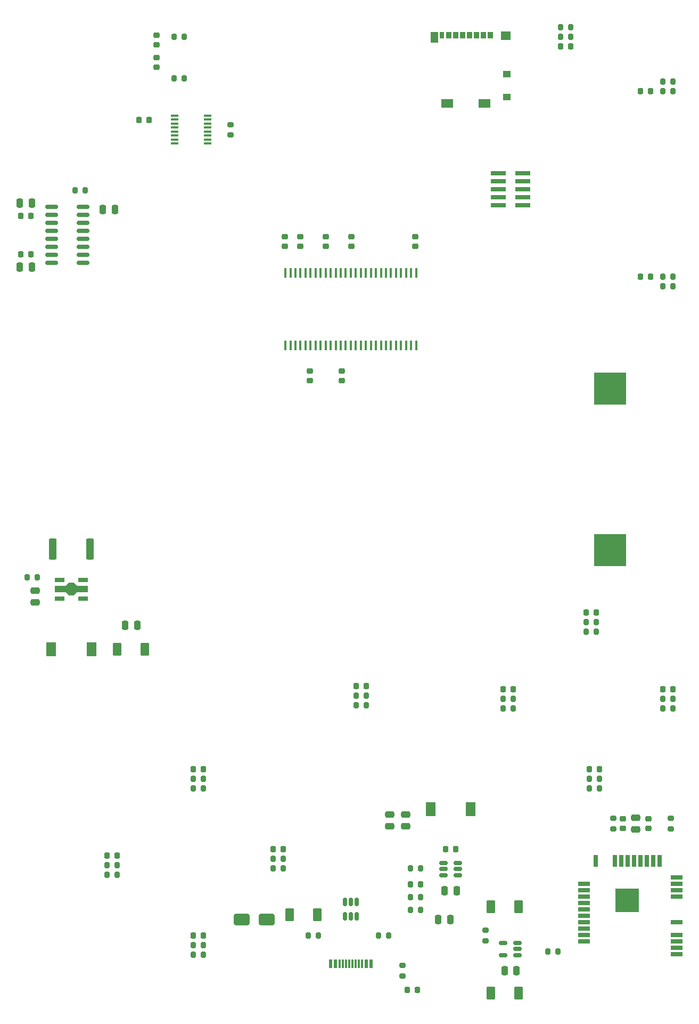
<source format=gbp>
G04 #@! TF.GenerationSoftware,KiCad,Pcbnew,7.0.1*
G04 #@! TF.CreationDate,2024-01-01T11:46:02+00:00*
G04 #@! TF.ProjectId,gk,676b2e6b-6963-4616-945f-706362585858,rev?*
G04 #@! TF.SameCoordinates,Original*
G04 #@! TF.FileFunction,Paste,Bot*
G04 #@! TF.FilePolarity,Positive*
%FSLAX46Y46*%
G04 Gerber Fmt 4.6, Leading zero omitted, Abs format (unit mm)*
G04 Created by KiCad (PCBNEW 7.0.1) date 2024-01-01 11:46:02*
%MOMM*%
%LPD*%
G01*
G04 APERTURE LIST*
G04 Aperture macros list*
%AMRoundRect*
0 Rectangle with rounded corners*
0 $1 Rounding radius*
0 $2 $3 $4 $5 $6 $7 $8 $9 X,Y pos of 4 corners*
0 Add a 4 corners polygon primitive as box body*
4,1,4,$2,$3,$4,$5,$6,$7,$8,$9,$2,$3,0*
0 Add four circle primitives for the rounded corners*
1,1,$1+$1,$2,$3*
1,1,$1+$1,$4,$5*
1,1,$1+$1,$6,$7*
1,1,$1+$1,$8,$9*
0 Add four rect primitives between the rounded corners*
20,1,$1+$1,$2,$3,$4,$5,0*
20,1,$1+$1,$4,$5,$6,$7,0*
20,1,$1+$1,$6,$7,$8,$9,0*
20,1,$1+$1,$8,$9,$2,$3,0*%
%AMFreePoly0*
4,1,13,0.900000,0.500000,2.600000,0.500000,2.600000,-0.500000,0.900000,-0.500000,0.400000,-1.000000,-0.400000,-1.000000,-0.900000,-0.500000,-2.600000,-0.500000,-2.600000,0.500000,-0.900000,0.500000,-0.400000,1.000000,0.400000,1.000000,0.900000,0.500000,0.900000,0.500000,$1*%
G04 Aperture macros list end*
%ADD10RoundRect,0.200000X0.200000X0.275000X-0.200000X0.275000X-0.200000X-0.275000X0.200000X-0.275000X0*%
%ADD11R,0.600000X1.450000*%
%ADD12R,0.300000X1.450000*%
%ADD13RoundRect,0.225000X0.225000X0.250000X-0.225000X0.250000X-0.225000X-0.250000X0.225000X-0.250000X0*%
%ADD14RoundRect,0.200000X0.275000X-0.200000X0.275000X0.200000X-0.275000X0.200000X-0.275000X-0.200000X0*%
%ADD15RoundRect,0.225000X-0.225000X-0.250000X0.225000X-0.250000X0.225000X0.250000X-0.225000X0.250000X0*%
%ADD16RoundRect,0.200000X-0.275000X0.200000X-0.275000X-0.200000X0.275000X-0.200000X0.275000X0.200000X0*%
%ADD17RoundRect,0.250000X-0.250000X-0.475000X0.250000X-0.475000X0.250000X0.475000X-0.250000X0.475000X0*%
%ADD18RoundRect,0.250000X0.450000X0.800000X-0.450000X0.800000X-0.450000X-0.800000X0.450000X-0.800000X0*%
%ADD19R,1.500000X2.200000*%
%ADD20RoundRect,0.150000X0.512500X0.150000X-0.512500X0.150000X-0.512500X-0.150000X0.512500X-0.150000X0*%
%ADD21RoundRect,0.200000X-0.200000X-0.275000X0.200000X-0.275000X0.200000X0.275000X-0.200000X0.275000X0*%
%ADD22RoundRect,0.225000X-0.250000X0.225000X-0.250000X-0.225000X0.250000X-0.225000X0.250000X0.225000X0*%
%ADD23RoundRect,0.250000X0.250000X0.475000X-0.250000X0.475000X-0.250000X-0.475000X0.250000X-0.475000X0*%
%ADD24RoundRect,0.250000X0.475000X-0.250000X0.475000X0.250000X-0.475000X0.250000X-0.475000X-0.250000X0*%
%ADD25RoundRect,0.225000X0.250000X-0.225000X0.250000X0.225000X-0.250000X0.225000X-0.250000X-0.225000X0*%
%ADD26R,5.100000X5.100000*%
%ADD27RoundRect,0.150000X0.850000X0.150000X-0.850000X0.150000X-0.850000X-0.150000X0.850000X-0.150000X0*%
%ADD28R,2.400000X0.740000*%
%ADD29R,0.458000X1.510000*%
%ADD30R,1.500000X0.700000*%
%ADD31FreePoly0,0.000000*%
%ADD32R,1.200000X0.400000*%
%ADD33RoundRect,0.250000X0.362500X1.425000X-0.362500X1.425000X-0.362500X-1.425000X0.362500X-1.425000X0*%
%ADD34RoundRect,0.250000X-1.000000X-0.650000X1.000000X-0.650000X1.000000X0.650000X-1.000000X0.650000X0*%
%ADD35RoundRect,0.250000X-0.475000X0.250000X-0.475000X-0.250000X0.475000X-0.250000X0.475000X0.250000X0*%
%ADD36R,0.850000X1.100000*%
%ADD37R,0.750000X1.100000*%
%ADD38R,1.200000X1.000000*%
%ADD39R,1.550000X1.350000*%
%ADD40R,1.900000X1.350000*%
%ADD41R,1.170000X1.800000*%
%ADD42RoundRect,0.250000X-0.450000X-0.800000X0.450000X-0.800000X0.450000X0.800000X-0.450000X0.800000X0*%
%ADD43RoundRect,0.150000X0.150000X-0.512500X0.150000X0.512500X-0.150000X0.512500X-0.150000X-0.512500X0*%
%ADD44R,1.900000X0.800000*%
%ADD45R,0.800000X1.900000*%
%ADD46R,3.700000X3.700000*%
%ADD47RoundRect,0.218750X0.218750X0.256250X-0.218750X0.256250X-0.218750X-0.256250X0.218750X-0.256250X0*%
G04 APERTURE END LIST*
D10*
X74993000Y-142748000D03*
X73343000Y-142748000D03*
X100901000Y-129540000D03*
X99251000Y-129540000D03*
X149669000Y-32004000D03*
X148019000Y-32004000D03*
X71945000Y-29972000D03*
X70295000Y-29972000D03*
D11*
X101675000Y-170580000D03*
X100875000Y-170580000D03*
D12*
X99675000Y-170580000D03*
X98675000Y-170580000D03*
X98175000Y-170580000D03*
X97175000Y-170580000D03*
D11*
X95975000Y-170580000D03*
X95175000Y-170580000D03*
X95175000Y-170580000D03*
X95975000Y-170580000D03*
D12*
X96675000Y-170580000D03*
X97675000Y-170580000D03*
X99175000Y-170580000D03*
X100175000Y-170580000D03*
D11*
X100875000Y-170580000D03*
X101675000Y-170580000D03*
D13*
X74943000Y-166116000D03*
X73393000Y-166116000D03*
D10*
X149669000Y-130048000D03*
X148019000Y-130048000D03*
D14*
X119888000Y-166941000D03*
X119888000Y-165291000D03*
D10*
X137477000Y-117856000D03*
X135827000Y-117856000D03*
D15*
X131813000Y-24892000D03*
X133363000Y-24892000D03*
D16*
X79298800Y-37325800D03*
X79298800Y-38975800D03*
D13*
X87643000Y-152400000D03*
X86093000Y-152400000D03*
D17*
X58994000Y-50800000D03*
X60894000Y-50800000D03*
D18*
X65700000Y-120650000D03*
X61300000Y-120650000D03*
D10*
X74993000Y-169164000D03*
X73343000Y-169164000D03*
D13*
X66307000Y-36576000D03*
X64757000Y-36576000D03*
D10*
X124269000Y-130048000D03*
X122619000Y-130048000D03*
X133413000Y-23368000D03*
X131763000Y-23368000D03*
D19*
X117500000Y-146050000D03*
X111100000Y-146050000D03*
D20*
X115437500Y-154625000D03*
X115437500Y-155575000D03*
X115437500Y-156525000D03*
X113162500Y-156525000D03*
X113162500Y-155575000D03*
X113162500Y-154625000D03*
D18*
X93132000Y-162814000D03*
X88732000Y-162814000D03*
D21*
X107887000Y-155448000D03*
X109537000Y-155448000D03*
D14*
X106680000Y-172529000D03*
X106680000Y-170879000D03*
X149352000Y-149161000D03*
X149352000Y-147511000D03*
D21*
X148019000Y-62992000D03*
X149669000Y-62992000D03*
X148019000Y-30480000D03*
X149669000Y-30480000D03*
D22*
X97028000Y-76441000D03*
X97028000Y-77991000D03*
D21*
X107887000Y-160020000D03*
X109537000Y-160020000D03*
X99251000Y-128016000D03*
X100901000Y-128016000D03*
D10*
X93281000Y-166116000D03*
X91631000Y-166116000D03*
D21*
X102807000Y-166116000D03*
X104457000Y-166116000D03*
D23*
X114234000Y-163576000D03*
X112334000Y-163576000D03*
D10*
X71945000Y-23368000D03*
X70295000Y-23368000D03*
D21*
X131763000Y-21844000D03*
X133413000Y-21844000D03*
D24*
X48260000Y-113218000D03*
X48260000Y-111318000D03*
D10*
X87693000Y-155448000D03*
X86043000Y-155448000D03*
D25*
X145796000Y-149111000D03*
X145796000Y-147561000D03*
D26*
X139700000Y-104875000D03*
X139700000Y-79275000D03*
D10*
X137985000Y-142748000D03*
X136335000Y-142748000D03*
D13*
X61227000Y-153416000D03*
X59677000Y-153416000D03*
D21*
X129731000Y-168656000D03*
X131381000Y-168656000D03*
D25*
X67564000Y-28207000D03*
X67564000Y-26657000D03*
D27*
X55840000Y-50419000D03*
X55840000Y-51689000D03*
X55840000Y-52959000D03*
X55840000Y-54229000D03*
X55840000Y-55499000D03*
X55840000Y-56769000D03*
X55840000Y-58039000D03*
X55840000Y-59309000D03*
X50840000Y-59309000D03*
X50840000Y-58039000D03*
X50840000Y-56769000D03*
X50840000Y-55499000D03*
X50840000Y-54229000D03*
X50840000Y-52959000D03*
X50840000Y-51689000D03*
X50840000Y-50419000D03*
D21*
X59627000Y-154940000D03*
X61277000Y-154940000D03*
D28*
X125775000Y-45085000D03*
X121875000Y-45085000D03*
X125775000Y-46355000D03*
X121875000Y-46355000D03*
X125775000Y-47625000D03*
X121875000Y-47625000D03*
X125775000Y-48895000D03*
X121875000Y-48895000D03*
X125775000Y-50165000D03*
X121875000Y-50165000D03*
D20*
X124962500Y-167325000D03*
X124962500Y-168275000D03*
X124962500Y-169225000D03*
X122687500Y-169225000D03*
X122687500Y-167325000D03*
D13*
X146063000Y-61468000D03*
X144513000Y-61468000D03*
D10*
X149669000Y-61468000D03*
X148019000Y-61468000D03*
D13*
X137427000Y-114838000D03*
X135877000Y-114838000D03*
D29*
X88025000Y-60925000D03*
X88825000Y-60925000D03*
X89625000Y-60925000D03*
X90425000Y-60925000D03*
X91225000Y-60925000D03*
X92025000Y-60925000D03*
X92825000Y-60925000D03*
X93625000Y-60925000D03*
X94425000Y-60925000D03*
X95225000Y-60925000D03*
X96025000Y-60925000D03*
X96825000Y-60925000D03*
X97625000Y-60925000D03*
X98425000Y-60925000D03*
X99225000Y-60925000D03*
X100025000Y-60925000D03*
X100825000Y-60925000D03*
X101625000Y-60925000D03*
X102425000Y-60925000D03*
X103225000Y-60925000D03*
X104025000Y-60925000D03*
X104825000Y-60925000D03*
X105625000Y-60925000D03*
X106425000Y-60925000D03*
X107225000Y-60925000D03*
X108025000Y-60925000D03*
X108825000Y-60925000D03*
X108825000Y-72425000D03*
X108025000Y-72425000D03*
X107225000Y-72425000D03*
X106425000Y-72425000D03*
X105625000Y-72425000D03*
X104825000Y-72425000D03*
X104025000Y-72425000D03*
X103225000Y-72425000D03*
X102425000Y-72425000D03*
X101625000Y-72425000D03*
X100825000Y-72425000D03*
X100025000Y-72425000D03*
X99225000Y-72425000D03*
X98425000Y-72425000D03*
X97625000Y-72425000D03*
X96825000Y-72425000D03*
X96025000Y-72425000D03*
X95225000Y-72425000D03*
X94425000Y-72425000D03*
X93625000Y-72425000D03*
X92825000Y-72425000D03*
X92025000Y-72425000D03*
X91225000Y-72425000D03*
X90425000Y-72425000D03*
X89625000Y-72425000D03*
X88825000Y-72425000D03*
X88025000Y-72425000D03*
D21*
X136335000Y-141224000D03*
X137985000Y-141224000D03*
X86043000Y-153924000D03*
X87693000Y-153924000D03*
D23*
X47686000Y-49784000D03*
X45786000Y-49784000D03*
D10*
X109537000Y-162052000D03*
X107887000Y-162052000D03*
D24*
X143764000Y-149286000D03*
X143764000Y-147386000D03*
D30*
X52125000Y-112625000D03*
D31*
X53975000Y-111125000D03*
D30*
X52125000Y-109625000D03*
X55825000Y-109625000D03*
X55825000Y-112625000D03*
D32*
X70425000Y-40322500D03*
X70425000Y-39687500D03*
X70425000Y-39052500D03*
X70425000Y-38417500D03*
X70425000Y-37782500D03*
X70425000Y-37147500D03*
X70425000Y-36512500D03*
X70425000Y-35877500D03*
X75625000Y-35877500D03*
X75625000Y-36512500D03*
X75625000Y-37147500D03*
X75625000Y-37782500D03*
X75625000Y-38417500D03*
X75625000Y-39052500D03*
X75625000Y-39687500D03*
X75625000Y-40322500D03*
D21*
X73343000Y-141224000D03*
X74993000Y-141224000D03*
D10*
X61277000Y-156464000D03*
X59627000Y-156464000D03*
D13*
X47511000Y-57912000D03*
X45961000Y-57912000D03*
D21*
X122619000Y-128524000D03*
X124269000Y-128524000D03*
D13*
X74943000Y-139700000D03*
X73393000Y-139700000D03*
D10*
X48577000Y-109220000D03*
X46927000Y-109220000D03*
D33*
X56937500Y-104775000D03*
X51012500Y-104775000D03*
D34*
X81058000Y-163576000D03*
X85058000Y-163576000D03*
D25*
X87938000Y-56655000D03*
X87938000Y-55105000D03*
X90424000Y-56655000D03*
X90424000Y-55105000D03*
D23*
X47686000Y-59944000D03*
X45786000Y-59944000D03*
D35*
X104648000Y-146878000D03*
X104648000Y-148778000D03*
D25*
X98552000Y-56655000D03*
X98552000Y-55105000D03*
D13*
X146063000Y-32004000D03*
X144513000Y-32004000D03*
D18*
X125136000Y-175260000D03*
X120736000Y-175260000D03*
D36*
X120580000Y-23125000D03*
X119480000Y-23125000D03*
X118380000Y-23125000D03*
X117280000Y-23125000D03*
X116180000Y-23125000D03*
X115080000Y-23125000D03*
X113980000Y-23125000D03*
D37*
X112930000Y-23125000D03*
D38*
X123215000Y-29275000D03*
X123215000Y-32975000D03*
D39*
X123040000Y-23250000D03*
D40*
X119715000Y-33950000D03*
X113745000Y-33950000D03*
D41*
X111720000Y-23475000D03*
D22*
X91948000Y-76441000D03*
X91948000Y-77991000D03*
D14*
X140208000Y-149161000D03*
X140208000Y-147511000D03*
D42*
X120736000Y-161544000D03*
X125136000Y-161544000D03*
D13*
X115075000Y-152400000D03*
X113525000Y-152400000D03*
D21*
X148019000Y-128524000D03*
X149669000Y-128524000D03*
D43*
X99375000Y-163062500D03*
X98425000Y-163062500D03*
X97475000Y-163062500D03*
X97475000Y-160787500D03*
X98425000Y-160787500D03*
X99375000Y-160787500D03*
D13*
X100851000Y-126492000D03*
X99301000Y-126492000D03*
D15*
X107937000Y-157988000D03*
X109487000Y-157988000D03*
D19*
X50775000Y-120650000D03*
X57175000Y-120650000D03*
D13*
X47511000Y-51816000D03*
X45961000Y-51816000D03*
D21*
X73343000Y-167640000D03*
X74993000Y-167640000D03*
D23*
X64450000Y-116840000D03*
X62550000Y-116840000D03*
D13*
X149619000Y-127000000D03*
X148069000Y-127000000D03*
D22*
X67564000Y-23101000D03*
X67564000Y-24651000D03*
D44*
X150240000Y-156910000D03*
X150240000Y-157926000D03*
X150240000Y-158942000D03*
X150240000Y-159958000D03*
X150240000Y-164022000D03*
X150240000Y-166054000D03*
X150240000Y-167070000D03*
X150240000Y-168086000D03*
X150240000Y-169102000D03*
X135510000Y-167064000D03*
X135510000Y-166048000D03*
X135510000Y-165032000D03*
X135510000Y-164016000D03*
X135510000Y-163000000D03*
X135510000Y-161984000D03*
X135510000Y-160968000D03*
X135510000Y-159952000D03*
X135510000Y-158936000D03*
X135510000Y-157920000D03*
D45*
X137410000Y-154240000D03*
X140458000Y-154240000D03*
X141474000Y-154240000D03*
X142490000Y-154240000D03*
X143506000Y-154240000D03*
X144522000Y-154240000D03*
X145538000Y-154240000D03*
X146554000Y-154240000D03*
X147570000Y-154240000D03*
D46*
X142390000Y-160510000D03*
D10*
X56197000Y-47752000D03*
X54547000Y-47752000D03*
D13*
X124219000Y-127000000D03*
X122669000Y-127000000D03*
D25*
X108712000Y-56655000D03*
X108712000Y-55105000D03*
D17*
X122875000Y-171704000D03*
X124775000Y-171704000D03*
D25*
X141732000Y-149111000D03*
X141732000Y-147561000D03*
D23*
X115250000Y-159004000D03*
X113350000Y-159004000D03*
D35*
X107188000Y-146878000D03*
X107188000Y-148778000D03*
D13*
X137935000Y-139700000D03*
X136385000Y-139700000D03*
D25*
X94488000Y-56655000D03*
X94488000Y-55105000D03*
D21*
X135827000Y-116332000D03*
X137477000Y-116332000D03*
D47*
X108991500Y-174752000D03*
X107416500Y-174752000D03*
M02*

</source>
